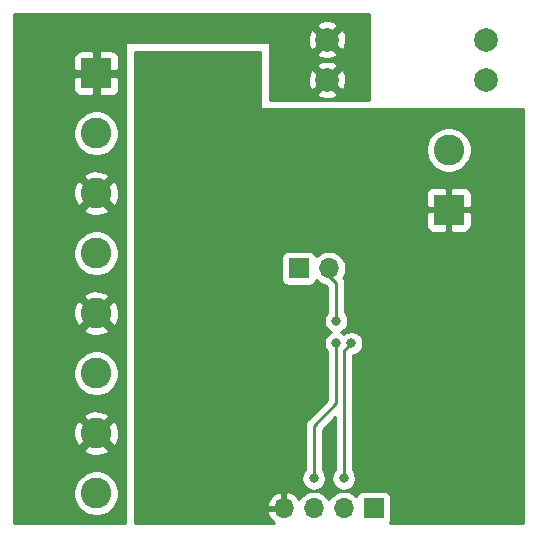
<source format=gbr>
G04 #@! TF.GenerationSoftware,KiCad,Pcbnew,(5.1.5)-3*
G04 #@! TF.CreationDate,2020-01-15T00:30:51-05:00*
G04 #@! TF.ProjectId,STM32 Klipper Expander,53544d33-3220-44b6-9c69-707065722045,rev?*
G04 #@! TF.SameCoordinates,Original*
G04 #@! TF.FileFunction,Copper,L2,Bot*
G04 #@! TF.FilePolarity,Positive*
%FSLAX46Y46*%
G04 Gerber Fmt 4.6, Leading zero omitted, Abs format (unit mm)*
G04 Created by KiCad (PCBNEW (5.1.5)-3) date 2020-01-15 00:30:51*
%MOMM*%
%LPD*%
G04 APERTURE LIST*
%ADD10O,1.700000X1.700000*%
%ADD11R,1.700000X1.700000*%
%ADD12C,2.600000*%
%ADD13R,2.600000X2.600000*%
%ADD14C,2.000000*%
%ADD15C,0.800000*%
%ADD16C,0.250000*%
%ADD17C,0.254000*%
G04 APERTURE END LIST*
D10*
X127305000Y-77775000D03*
D11*
X124765000Y-77775000D03*
D12*
X137465000Y-67742000D03*
D13*
X137465000Y-72822000D03*
X107620000Y-61265000D03*
D12*
X107620000Y-66345000D03*
X107620000Y-71425000D03*
X107620000Y-76505000D03*
X107620000Y-81585000D03*
X107620000Y-86665000D03*
X107620000Y-91745000D03*
X107620000Y-96825000D03*
D14*
X127159000Y-61822000D03*
X140659000Y-58422000D03*
X140659000Y-61822000D03*
X127159000Y-58422000D03*
D10*
X123495000Y-98095000D03*
X126035000Y-98095000D03*
X128575000Y-98095000D03*
D11*
X131115000Y-98095000D03*
D15*
X111430000Y-93015000D03*
X111430000Y-94285000D03*
X111430000Y-90475000D03*
X113970000Y-93015000D03*
X113970000Y-94285000D03*
X112700000Y-91745000D03*
X113970000Y-91745000D03*
X112700000Y-94285000D03*
X112700000Y-90475000D03*
X112700000Y-93015000D03*
X113970000Y-90475000D03*
X111430000Y-91745000D03*
X111430000Y-82855000D03*
X111430000Y-84125000D03*
X111430000Y-80315000D03*
X113970000Y-82855000D03*
X113970000Y-84125000D03*
X112700000Y-81585000D03*
X113970000Y-81585000D03*
X112700000Y-84125000D03*
X112700000Y-80315000D03*
X112700000Y-82855000D03*
X113970000Y-80315000D03*
X111430000Y-81585000D03*
X111430000Y-72695000D03*
X111430000Y-73965000D03*
X111430000Y-70155000D03*
X113970000Y-72695000D03*
X113970000Y-73965000D03*
X112700000Y-71425000D03*
X113970000Y-71425000D03*
X112700000Y-73965000D03*
X112700000Y-70155000D03*
X112700000Y-72695000D03*
X113970000Y-70155000D03*
X111430000Y-71425000D03*
X143105000Y-88570000D03*
X143105000Y-78410000D03*
X136817500Y-96177500D03*
X136576000Y-86538000D03*
X137719000Y-88316000D03*
X111430000Y-59995000D03*
X111430000Y-61265000D03*
X111430000Y-62535000D03*
X111430000Y-63805000D03*
X112700000Y-63805000D03*
X113970000Y-63805000D03*
X113970000Y-62535000D03*
X112700000Y-62535000D03*
X112700000Y-61265000D03*
X113970000Y-61265000D03*
X113970000Y-59995000D03*
X112700000Y-59995000D03*
X124130000Y-81585000D03*
X127940000Y-84125000D03*
X126035000Y-95555000D03*
X129210000Y-84125000D03*
X128575000Y-95555000D03*
X127940000Y-82220000D03*
D16*
X127940000Y-89205000D02*
X126035000Y-91110000D01*
X127940000Y-84125000D02*
X127940000Y-89205000D01*
X126035000Y-91110000D02*
X126035000Y-95555000D01*
X128575000Y-84760000D02*
X129210000Y-84125000D01*
X128575000Y-95555000D02*
X128575000Y-84760000D01*
X127940000Y-79045000D02*
X127305000Y-78410000D01*
X127940000Y-82220000D02*
X127940000Y-79045000D01*
D17*
G36*
X121463000Y-64186000D02*
G01*
X121465440Y-64210776D01*
X121472667Y-64234601D01*
X121484403Y-64256557D01*
X121500197Y-64275803D01*
X121519443Y-64291597D01*
X121541399Y-64303333D01*
X121565224Y-64310560D01*
X121590000Y-64313000D01*
X143765000Y-64313000D01*
X143765001Y-99315000D01*
X132482812Y-99315000D01*
X132495537Y-99299494D01*
X132554502Y-99189180D01*
X132590812Y-99069482D01*
X132603072Y-98945000D01*
X132603072Y-97245000D01*
X132590812Y-97120518D01*
X132554502Y-97000820D01*
X132495537Y-96890506D01*
X132416185Y-96793815D01*
X132319494Y-96714463D01*
X132209180Y-96655498D01*
X132089482Y-96619188D01*
X131965000Y-96606928D01*
X130265000Y-96606928D01*
X130140518Y-96619188D01*
X130020820Y-96655498D01*
X129910506Y-96714463D01*
X129813815Y-96793815D01*
X129734463Y-96890506D01*
X129675498Y-97000820D01*
X129653487Y-97073380D01*
X129521632Y-96941525D01*
X129278411Y-96779010D01*
X129008158Y-96667068D01*
X128721260Y-96610000D01*
X128428740Y-96610000D01*
X128141842Y-96667068D01*
X127871589Y-96779010D01*
X127628368Y-96941525D01*
X127421525Y-97148368D01*
X127305000Y-97322760D01*
X127188475Y-97148368D01*
X126981632Y-96941525D01*
X126738411Y-96779010D01*
X126468158Y-96667068D01*
X126181260Y-96610000D01*
X125888740Y-96610000D01*
X125601842Y-96667068D01*
X125331589Y-96779010D01*
X125088368Y-96941525D01*
X124881525Y-97148368D01*
X124759805Y-97330534D01*
X124690178Y-97213645D01*
X124495269Y-96997412D01*
X124261920Y-96823359D01*
X123999099Y-96698175D01*
X123851890Y-96653524D01*
X123622000Y-96774845D01*
X123622000Y-97968000D01*
X123642000Y-97968000D01*
X123642000Y-98222000D01*
X123622000Y-98222000D01*
X123622000Y-98242000D01*
X123368000Y-98242000D01*
X123368000Y-98222000D01*
X122174186Y-98222000D01*
X122053519Y-98451891D01*
X122150843Y-98726252D01*
X122299822Y-98976355D01*
X122494731Y-99192588D01*
X122658846Y-99315000D01*
X110922000Y-99315000D01*
X110922000Y-97738109D01*
X122053519Y-97738109D01*
X122174186Y-97968000D01*
X123368000Y-97968000D01*
X123368000Y-96774845D01*
X123138110Y-96653524D01*
X122990901Y-96698175D01*
X122728080Y-96823359D01*
X122494731Y-96997412D01*
X122299822Y-97213645D01*
X122150843Y-97463748D01*
X122053519Y-97738109D01*
X110922000Y-97738109D01*
X110922000Y-76925000D01*
X123276928Y-76925000D01*
X123276928Y-78625000D01*
X123289188Y-78749482D01*
X123325498Y-78869180D01*
X123384463Y-78979494D01*
X123463815Y-79076185D01*
X123560506Y-79155537D01*
X123670820Y-79214502D01*
X123790518Y-79250812D01*
X123915000Y-79263072D01*
X125615000Y-79263072D01*
X125739482Y-79250812D01*
X125859180Y-79214502D01*
X125969494Y-79155537D01*
X126066185Y-79076185D01*
X126145537Y-78979494D01*
X126204502Y-78869180D01*
X126226513Y-78796620D01*
X126358368Y-78928475D01*
X126601589Y-79090990D01*
X126871842Y-79202932D01*
X127060696Y-79240498D01*
X127180001Y-79359803D01*
X127180000Y-81516289D01*
X127136063Y-81560226D01*
X127022795Y-81729744D01*
X126944774Y-81918102D01*
X126905000Y-82118061D01*
X126905000Y-82321939D01*
X126944774Y-82521898D01*
X127022795Y-82710256D01*
X127136063Y-82879774D01*
X127280226Y-83023937D01*
X127449744Y-83137205D01*
X127534953Y-83172500D01*
X127449744Y-83207795D01*
X127280226Y-83321063D01*
X127136063Y-83465226D01*
X127022795Y-83634744D01*
X126944774Y-83823102D01*
X126905000Y-84023061D01*
X126905000Y-84226939D01*
X126944774Y-84426898D01*
X127022795Y-84615256D01*
X127136063Y-84784774D01*
X127180000Y-84828711D01*
X127180001Y-88890197D01*
X125524003Y-90546196D01*
X125494999Y-90569999D01*
X125439871Y-90637174D01*
X125400026Y-90685724D01*
X125329455Y-90817753D01*
X125329454Y-90817754D01*
X125285997Y-90961015D01*
X125275000Y-91072668D01*
X125275000Y-91072678D01*
X125271324Y-91110000D01*
X125275000Y-91147323D01*
X125275001Y-94851288D01*
X125231063Y-94895226D01*
X125117795Y-95064744D01*
X125039774Y-95253102D01*
X125000000Y-95453061D01*
X125000000Y-95656939D01*
X125039774Y-95856898D01*
X125117795Y-96045256D01*
X125231063Y-96214774D01*
X125375226Y-96358937D01*
X125544744Y-96472205D01*
X125733102Y-96550226D01*
X125933061Y-96590000D01*
X126136939Y-96590000D01*
X126336898Y-96550226D01*
X126525256Y-96472205D01*
X126694774Y-96358937D01*
X126838937Y-96214774D01*
X126952205Y-96045256D01*
X127030226Y-95856898D01*
X127070000Y-95656939D01*
X127070000Y-95453061D01*
X127030226Y-95253102D01*
X126952205Y-95064744D01*
X126838937Y-94895226D01*
X126795000Y-94851289D01*
X126795000Y-91424801D01*
X127815000Y-90404801D01*
X127815000Y-94851289D01*
X127771063Y-94895226D01*
X127657795Y-95064744D01*
X127579774Y-95253102D01*
X127540000Y-95453061D01*
X127540000Y-95656939D01*
X127579774Y-95856898D01*
X127657795Y-96045256D01*
X127771063Y-96214774D01*
X127915226Y-96358937D01*
X128084744Y-96472205D01*
X128273102Y-96550226D01*
X128473061Y-96590000D01*
X128676939Y-96590000D01*
X128876898Y-96550226D01*
X129065256Y-96472205D01*
X129234774Y-96358937D01*
X129378937Y-96214774D01*
X129492205Y-96045256D01*
X129570226Y-95856898D01*
X129610000Y-95656939D01*
X129610000Y-95453061D01*
X129570226Y-95253102D01*
X129492205Y-95064744D01*
X129378937Y-94895226D01*
X129335000Y-94851289D01*
X129335000Y-85155413D01*
X129511898Y-85120226D01*
X129700256Y-85042205D01*
X129869774Y-84928937D01*
X130013937Y-84784774D01*
X130127205Y-84615256D01*
X130205226Y-84426898D01*
X130245000Y-84226939D01*
X130245000Y-84023061D01*
X130205226Y-83823102D01*
X130127205Y-83634744D01*
X130013937Y-83465226D01*
X129869774Y-83321063D01*
X129700256Y-83207795D01*
X129511898Y-83129774D01*
X129311939Y-83090000D01*
X129108061Y-83090000D01*
X128908102Y-83129774D01*
X128719744Y-83207795D01*
X128575000Y-83304510D01*
X128430256Y-83207795D01*
X128345047Y-83172500D01*
X128430256Y-83137205D01*
X128599774Y-83023937D01*
X128743937Y-82879774D01*
X128857205Y-82710256D01*
X128935226Y-82521898D01*
X128975000Y-82321939D01*
X128975000Y-82118061D01*
X128935226Y-81918102D01*
X128857205Y-81729744D01*
X128743937Y-81560226D01*
X128700000Y-81516289D01*
X128700000Y-79082333D01*
X128703677Y-79045000D01*
X128689003Y-78896014D01*
X128645546Y-78752753D01*
X128574974Y-78620724D01*
X128547923Y-78587763D01*
X128620990Y-78478411D01*
X128732932Y-78208158D01*
X128790000Y-77921260D01*
X128790000Y-77628740D01*
X128732932Y-77341842D01*
X128620990Y-77071589D01*
X128458475Y-76828368D01*
X128251632Y-76621525D01*
X128008411Y-76459010D01*
X127738158Y-76347068D01*
X127451260Y-76290000D01*
X127158740Y-76290000D01*
X126871842Y-76347068D01*
X126601589Y-76459010D01*
X126358368Y-76621525D01*
X126226513Y-76753380D01*
X126204502Y-76680820D01*
X126145537Y-76570506D01*
X126066185Y-76473815D01*
X125969494Y-76394463D01*
X125859180Y-76335498D01*
X125739482Y-76299188D01*
X125615000Y-76286928D01*
X123915000Y-76286928D01*
X123790518Y-76299188D01*
X123670820Y-76335498D01*
X123560506Y-76394463D01*
X123463815Y-76473815D01*
X123384463Y-76570506D01*
X123325498Y-76680820D01*
X123289188Y-76800518D01*
X123276928Y-76925000D01*
X110922000Y-76925000D01*
X110922000Y-74122000D01*
X135526928Y-74122000D01*
X135539188Y-74246482D01*
X135575498Y-74366180D01*
X135634463Y-74476494D01*
X135713815Y-74573185D01*
X135810506Y-74652537D01*
X135920820Y-74711502D01*
X136040518Y-74747812D01*
X136165000Y-74760072D01*
X137179250Y-74757000D01*
X137338000Y-74598250D01*
X137338000Y-72949000D01*
X137592000Y-72949000D01*
X137592000Y-74598250D01*
X137750750Y-74757000D01*
X138765000Y-74760072D01*
X138889482Y-74747812D01*
X139009180Y-74711502D01*
X139119494Y-74652537D01*
X139216185Y-74573185D01*
X139295537Y-74476494D01*
X139354502Y-74366180D01*
X139390812Y-74246482D01*
X139403072Y-74122000D01*
X139400000Y-73107750D01*
X139241250Y-72949000D01*
X137592000Y-72949000D01*
X137338000Y-72949000D01*
X135688750Y-72949000D01*
X135530000Y-73107750D01*
X135526928Y-74122000D01*
X110922000Y-74122000D01*
X110922000Y-71522000D01*
X135526928Y-71522000D01*
X135530000Y-72536250D01*
X135688750Y-72695000D01*
X137338000Y-72695000D01*
X137338000Y-71045750D01*
X137592000Y-71045750D01*
X137592000Y-72695000D01*
X139241250Y-72695000D01*
X139400000Y-72536250D01*
X139403072Y-71522000D01*
X139390812Y-71397518D01*
X139354502Y-71277820D01*
X139295537Y-71167506D01*
X139216185Y-71070815D01*
X139119494Y-70991463D01*
X139009180Y-70932498D01*
X138889482Y-70896188D01*
X138765000Y-70883928D01*
X137750750Y-70887000D01*
X137592000Y-71045750D01*
X137338000Y-71045750D01*
X137179250Y-70887000D01*
X136165000Y-70883928D01*
X136040518Y-70896188D01*
X135920820Y-70932498D01*
X135810506Y-70991463D01*
X135713815Y-71070815D01*
X135634463Y-71167506D01*
X135575498Y-71277820D01*
X135539188Y-71397518D01*
X135526928Y-71522000D01*
X110922000Y-71522000D01*
X110922000Y-67551419D01*
X135530000Y-67551419D01*
X135530000Y-67932581D01*
X135604361Y-68306419D01*
X135750225Y-68658566D01*
X135961987Y-68975491D01*
X136231509Y-69245013D01*
X136548434Y-69456775D01*
X136900581Y-69602639D01*
X137274419Y-69677000D01*
X137655581Y-69677000D01*
X138029419Y-69602639D01*
X138381566Y-69456775D01*
X138698491Y-69245013D01*
X138968013Y-68975491D01*
X139179775Y-68658566D01*
X139325639Y-68306419D01*
X139400000Y-67932581D01*
X139400000Y-67551419D01*
X139325639Y-67177581D01*
X139179775Y-66825434D01*
X138968013Y-66508509D01*
X138698491Y-66238987D01*
X138381566Y-66027225D01*
X138029419Y-65881361D01*
X137655581Y-65807000D01*
X137274419Y-65807000D01*
X136900581Y-65881361D01*
X136548434Y-66027225D01*
X136231509Y-66238987D01*
X135961987Y-66508509D01*
X135750225Y-66825434D01*
X135604361Y-67177581D01*
X135530000Y-67551419D01*
X110922000Y-67551419D01*
X110922000Y-59487000D01*
X121463000Y-59487000D01*
X121463000Y-64186000D01*
G37*
X121463000Y-64186000D02*
X121465440Y-64210776D01*
X121472667Y-64234601D01*
X121484403Y-64256557D01*
X121500197Y-64275803D01*
X121519443Y-64291597D01*
X121541399Y-64303333D01*
X121565224Y-64310560D01*
X121590000Y-64313000D01*
X143765000Y-64313000D01*
X143765001Y-99315000D01*
X132482812Y-99315000D01*
X132495537Y-99299494D01*
X132554502Y-99189180D01*
X132590812Y-99069482D01*
X132603072Y-98945000D01*
X132603072Y-97245000D01*
X132590812Y-97120518D01*
X132554502Y-97000820D01*
X132495537Y-96890506D01*
X132416185Y-96793815D01*
X132319494Y-96714463D01*
X132209180Y-96655498D01*
X132089482Y-96619188D01*
X131965000Y-96606928D01*
X130265000Y-96606928D01*
X130140518Y-96619188D01*
X130020820Y-96655498D01*
X129910506Y-96714463D01*
X129813815Y-96793815D01*
X129734463Y-96890506D01*
X129675498Y-97000820D01*
X129653487Y-97073380D01*
X129521632Y-96941525D01*
X129278411Y-96779010D01*
X129008158Y-96667068D01*
X128721260Y-96610000D01*
X128428740Y-96610000D01*
X128141842Y-96667068D01*
X127871589Y-96779010D01*
X127628368Y-96941525D01*
X127421525Y-97148368D01*
X127305000Y-97322760D01*
X127188475Y-97148368D01*
X126981632Y-96941525D01*
X126738411Y-96779010D01*
X126468158Y-96667068D01*
X126181260Y-96610000D01*
X125888740Y-96610000D01*
X125601842Y-96667068D01*
X125331589Y-96779010D01*
X125088368Y-96941525D01*
X124881525Y-97148368D01*
X124759805Y-97330534D01*
X124690178Y-97213645D01*
X124495269Y-96997412D01*
X124261920Y-96823359D01*
X123999099Y-96698175D01*
X123851890Y-96653524D01*
X123622000Y-96774845D01*
X123622000Y-97968000D01*
X123642000Y-97968000D01*
X123642000Y-98222000D01*
X123622000Y-98222000D01*
X123622000Y-98242000D01*
X123368000Y-98242000D01*
X123368000Y-98222000D01*
X122174186Y-98222000D01*
X122053519Y-98451891D01*
X122150843Y-98726252D01*
X122299822Y-98976355D01*
X122494731Y-99192588D01*
X122658846Y-99315000D01*
X110922000Y-99315000D01*
X110922000Y-97738109D01*
X122053519Y-97738109D01*
X122174186Y-97968000D01*
X123368000Y-97968000D01*
X123368000Y-96774845D01*
X123138110Y-96653524D01*
X122990901Y-96698175D01*
X122728080Y-96823359D01*
X122494731Y-96997412D01*
X122299822Y-97213645D01*
X122150843Y-97463748D01*
X122053519Y-97738109D01*
X110922000Y-97738109D01*
X110922000Y-76925000D01*
X123276928Y-76925000D01*
X123276928Y-78625000D01*
X123289188Y-78749482D01*
X123325498Y-78869180D01*
X123384463Y-78979494D01*
X123463815Y-79076185D01*
X123560506Y-79155537D01*
X123670820Y-79214502D01*
X123790518Y-79250812D01*
X123915000Y-79263072D01*
X125615000Y-79263072D01*
X125739482Y-79250812D01*
X125859180Y-79214502D01*
X125969494Y-79155537D01*
X126066185Y-79076185D01*
X126145537Y-78979494D01*
X126204502Y-78869180D01*
X126226513Y-78796620D01*
X126358368Y-78928475D01*
X126601589Y-79090990D01*
X126871842Y-79202932D01*
X127060696Y-79240498D01*
X127180001Y-79359803D01*
X127180000Y-81516289D01*
X127136063Y-81560226D01*
X127022795Y-81729744D01*
X126944774Y-81918102D01*
X126905000Y-82118061D01*
X126905000Y-82321939D01*
X126944774Y-82521898D01*
X127022795Y-82710256D01*
X127136063Y-82879774D01*
X127280226Y-83023937D01*
X127449744Y-83137205D01*
X127534953Y-83172500D01*
X127449744Y-83207795D01*
X127280226Y-83321063D01*
X127136063Y-83465226D01*
X127022795Y-83634744D01*
X126944774Y-83823102D01*
X126905000Y-84023061D01*
X126905000Y-84226939D01*
X126944774Y-84426898D01*
X127022795Y-84615256D01*
X127136063Y-84784774D01*
X127180000Y-84828711D01*
X127180001Y-88890197D01*
X125524003Y-90546196D01*
X125494999Y-90569999D01*
X125439871Y-90637174D01*
X125400026Y-90685724D01*
X125329455Y-90817753D01*
X125329454Y-90817754D01*
X125285997Y-90961015D01*
X125275000Y-91072668D01*
X125275000Y-91072678D01*
X125271324Y-91110000D01*
X125275000Y-91147323D01*
X125275001Y-94851288D01*
X125231063Y-94895226D01*
X125117795Y-95064744D01*
X125039774Y-95253102D01*
X125000000Y-95453061D01*
X125000000Y-95656939D01*
X125039774Y-95856898D01*
X125117795Y-96045256D01*
X125231063Y-96214774D01*
X125375226Y-96358937D01*
X125544744Y-96472205D01*
X125733102Y-96550226D01*
X125933061Y-96590000D01*
X126136939Y-96590000D01*
X126336898Y-96550226D01*
X126525256Y-96472205D01*
X126694774Y-96358937D01*
X126838937Y-96214774D01*
X126952205Y-96045256D01*
X127030226Y-95856898D01*
X127070000Y-95656939D01*
X127070000Y-95453061D01*
X127030226Y-95253102D01*
X126952205Y-95064744D01*
X126838937Y-94895226D01*
X126795000Y-94851289D01*
X126795000Y-91424801D01*
X127815000Y-90404801D01*
X127815000Y-94851289D01*
X127771063Y-94895226D01*
X127657795Y-95064744D01*
X127579774Y-95253102D01*
X127540000Y-95453061D01*
X127540000Y-95656939D01*
X127579774Y-95856898D01*
X127657795Y-96045256D01*
X127771063Y-96214774D01*
X127915226Y-96358937D01*
X128084744Y-96472205D01*
X128273102Y-96550226D01*
X128473061Y-96590000D01*
X128676939Y-96590000D01*
X128876898Y-96550226D01*
X129065256Y-96472205D01*
X129234774Y-96358937D01*
X129378937Y-96214774D01*
X129492205Y-96045256D01*
X129570226Y-95856898D01*
X129610000Y-95656939D01*
X129610000Y-95453061D01*
X129570226Y-95253102D01*
X129492205Y-95064744D01*
X129378937Y-94895226D01*
X129335000Y-94851289D01*
X129335000Y-85155413D01*
X129511898Y-85120226D01*
X129700256Y-85042205D01*
X129869774Y-84928937D01*
X130013937Y-84784774D01*
X130127205Y-84615256D01*
X130205226Y-84426898D01*
X130245000Y-84226939D01*
X130245000Y-84023061D01*
X130205226Y-83823102D01*
X130127205Y-83634744D01*
X130013937Y-83465226D01*
X129869774Y-83321063D01*
X129700256Y-83207795D01*
X129511898Y-83129774D01*
X129311939Y-83090000D01*
X129108061Y-83090000D01*
X128908102Y-83129774D01*
X128719744Y-83207795D01*
X128575000Y-83304510D01*
X128430256Y-83207795D01*
X128345047Y-83172500D01*
X128430256Y-83137205D01*
X128599774Y-83023937D01*
X128743937Y-82879774D01*
X128857205Y-82710256D01*
X128935226Y-82521898D01*
X128975000Y-82321939D01*
X128975000Y-82118061D01*
X128935226Y-81918102D01*
X128857205Y-81729744D01*
X128743937Y-81560226D01*
X128700000Y-81516289D01*
X128700000Y-79082333D01*
X128703677Y-79045000D01*
X128689003Y-78896014D01*
X128645546Y-78752753D01*
X128574974Y-78620724D01*
X128547923Y-78587763D01*
X128620990Y-78478411D01*
X128732932Y-78208158D01*
X128790000Y-77921260D01*
X128790000Y-77628740D01*
X128732932Y-77341842D01*
X128620990Y-77071589D01*
X128458475Y-76828368D01*
X128251632Y-76621525D01*
X128008411Y-76459010D01*
X127738158Y-76347068D01*
X127451260Y-76290000D01*
X127158740Y-76290000D01*
X126871842Y-76347068D01*
X126601589Y-76459010D01*
X126358368Y-76621525D01*
X126226513Y-76753380D01*
X126204502Y-76680820D01*
X126145537Y-76570506D01*
X126066185Y-76473815D01*
X125969494Y-76394463D01*
X125859180Y-76335498D01*
X125739482Y-76299188D01*
X125615000Y-76286928D01*
X123915000Y-76286928D01*
X123790518Y-76299188D01*
X123670820Y-76335498D01*
X123560506Y-76394463D01*
X123463815Y-76473815D01*
X123384463Y-76570506D01*
X123325498Y-76680820D01*
X123289188Y-76800518D01*
X123276928Y-76925000D01*
X110922000Y-76925000D01*
X110922000Y-74122000D01*
X135526928Y-74122000D01*
X135539188Y-74246482D01*
X135575498Y-74366180D01*
X135634463Y-74476494D01*
X135713815Y-74573185D01*
X135810506Y-74652537D01*
X135920820Y-74711502D01*
X136040518Y-74747812D01*
X136165000Y-74760072D01*
X137179250Y-74757000D01*
X137338000Y-74598250D01*
X137338000Y-72949000D01*
X137592000Y-72949000D01*
X137592000Y-74598250D01*
X137750750Y-74757000D01*
X138765000Y-74760072D01*
X138889482Y-74747812D01*
X139009180Y-74711502D01*
X139119494Y-74652537D01*
X139216185Y-74573185D01*
X139295537Y-74476494D01*
X139354502Y-74366180D01*
X139390812Y-74246482D01*
X139403072Y-74122000D01*
X139400000Y-73107750D01*
X139241250Y-72949000D01*
X137592000Y-72949000D01*
X137338000Y-72949000D01*
X135688750Y-72949000D01*
X135530000Y-73107750D01*
X135526928Y-74122000D01*
X110922000Y-74122000D01*
X110922000Y-71522000D01*
X135526928Y-71522000D01*
X135530000Y-72536250D01*
X135688750Y-72695000D01*
X137338000Y-72695000D01*
X137338000Y-71045750D01*
X137592000Y-71045750D01*
X137592000Y-72695000D01*
X139241250Y-72695000D01*
X139400000Y-72536250D01*
X139403072Y-71522000D01*
X139390812Y-71397518D01*
X139354502Y-71277820D01*
X139295537Y-71167506D01*
X139216185Y-71070815D01*
X139119494Y-70991463D01*
X139009180Y-70932498D01*
X138889482Y-70896188D01*
X138765000Y-70883928D01*
X137750750Y-70887000D01*
X137592000Y-71045750D01*
X137338000Y-71045750D01*
X137179250Y-70887000D01*
X136165000Y-70883928D01*
X136040518Y-70896188D01*
X135920820Y-70932498D01*
X135810506Y-70991463D01*
X135713815Y-71070815D01*
X135634463Y-71167506D01*
X135575498Y-71277820D01*
X135539188Y-71397518D01*
X135526928Y-71522000D01*
X110922000Y-71522000D01*
X110922000Y-67551419D01*
X135530000Y-67551419D01*
X135530000Y-67932581D01*
X135604361Y-68306419D01*
X135750225Y-68658566D01*
X135961987Y-68975491D01*
X136231509Y-69245013D01*
X136548434Y-69456775D01*
X136900581Y-69602639D01*
X137274419Y-69677000D01*
X137655581Y-69677000D01*
X138029419Y-69602639D01*
X138381566Y-69456775D01*
X138698491Y-69245013D01*
X138968013Y-68975491D01*
X139179775Y-68658566D01*
X139325639Y-68306419D01*
X139400000Y-67932581D01*
X139400000Y-67551419D01*
X139325639Y-67177581D01*
X139179775Y-66825434D01*
X138968013Y-66508509D01*
X138698491Y-66238987D01*
X138381566Y-66027225D01*
X138029419Y-65881361D01*
X137655581Y-65807000D01*
X137274419Y-65807000D01*
X136900581Y-65881361D01*
X136548434Y-66027225D01*
X136231509Y-66238987D01*
X135961987Y-66508509D01*
X135750225Y-66825434D01*
X135604361Y-67177581D01*
X135530000Y-67551419D01*
X110922000Y-67551419D01*
X110922000Y-59487000D01*
X121463000Y-59487000D01*
X121463000Y-64186000D01*
G36*
X130734000Y-63551000D02*
G01*
X122352000Y-63551000D01*
X122352000Y-63002086D01*
X126258928Y-63002086D01*
X126360546Y-63257836D01*
X126656006Y-63386018D01*
X126970796Y-63454095D01*
X127292818Y-63459452D01*
X127609698Y-63401882D01*
X127909257Y-63283598D01*
X127957454Y-63257836D01*
X128059072Y-63002086D01*
X127159000Y-62102014D01*
X126258928Y-63002086D01*
X122352000Y-63002086D01*
X122352000Y-61955818D01*
X125521548Y-61955818D01*
X125579118Y-62272698D01*
X125697402Y-62572257D01*
X125723164Y-62620454D01*
X125978914Y-62722072D01*
X126878986Y-61822000D01*
X127439014Y-61822000D01*
X128339086Y-62722072D01*
X128594836Y-62620454D01*
X128723018Y-62324994D01*
X128791095Y-62010204D01*
X128796452Y-61688182D01*
X128738882Y-61371302D01*
X128620598Y-61071743D01*
X128594836Y-61023546D01*
X128339086Y-60921928D01*
X127439014Y-61822000D01*
X126878986Y-61822000D01*
X125978914Y-60921928D01*
X125723164Y-61023546D01*
X125594982Y-61319006D01*
X125526905Y-61633796D01*
X125521548Y-61955818D01*
X122352000Y-61955818D01*
X122352000Y-60641914D01*
X126258928Y-60641914D01*
X127159000Y-61541986D01*
X128059072Y-60641914D01*
X127957454Y-60386164D01*
X127661994Y-60257982D01*
X127347204Y-60189905D01*
X127025182Y-60184548D01*
X126708302Y-60242118D01*
X126408743Y-60360402D01*
X126360546Y-60386164D01*
X126258928Y-60641914D01*
X122352000Y-60641914D01*
X122352000Y-59602086D01*
X126258928Y-59602086D01*
X126360546Y-59857836D01*
X126656006Y-59986018D01*
X126970796Y-60054095D01*
X127292818Y-60059452D01*
X127609698Y-60001882D01*
X127909257Y-59883598D01*
X127957454Y-59857836D01*
X128059072Y-59602086D01*
X127159000Y-58702014D01*
X126258928Y-59602086D01*
X122352000Y-59602086D01*
X122352000Y-58725000D01*
X122349560Y-58700224D01*
X122342333Y-58676399D01*
X122330597Y-58654443D01*
X122314803Y-58635197D01*
X122295557Y-58619403D01*
X122273601Y-58607667D01*
X122249776Y-58600440D01*
X122225000Y-58598000D01*
X110160000Y-58598000D01*
X110135224Y-58600440D01*
X110111399Y-58607667D01*
X110089443Y-58619403D01*
X110070197Y-58635197D01*
X110054403Y-58654443D01*
X110042667Y-58676399D01*
X110035440Y-58700224D01*
X110033000Y-58725000D01*
X110033000Y-99315000D01*
X100685000Y-99315000D01*
X100685000Y-96634419D01*
X105685000Y-96634419D01*
X105685000Y-97015581D01*
X105759361Y-97389419D01*
X105905225Y-97741566D01*
X106116987Y-98058491D01*
X106386509Y-98328013D01*
X106703434Y-98539775D01*
X107055581Y-98685639D01*
X107429419Y-98760000D01*
X107810581Y-98760000D01*
X108184419Y-98685639D01*
X108536566Y-98539775D01*
X108853491Y-98328013D01*
X109123013Y-98058491D01*
X109334775Y-97741566D01*
X109480639Y-97389419D01*
X109555000Y-97015581D01*
X109555000Y-96634419D01*
X109480639Y-96260581D01*
X109334775Y-95908434D01*
X109123013Y-95591509D01*
X108853491Y-95321987D01*
X108536566Y-95110225D01*
X108184419Y-94964361D01*
X107810581Y-94890000D01*
X107429419Y-94890000D01*
X107055581Y-94964361D01*
X106703434Y-95110225D01*
X106386509Y-95321987D01*
X106116987Y-95591509D01*
X105905225Y-95908434D01*
X105759361Y-96260581D01*
X105685000Y-96634419D01*
X100685000Y-96634419D01*
X100685000Y-93139840D01*
X106505175Y-93139840D01*
X106643259Y-93426226D01*
X106990017Y-93584475D01*
X107360986Y-93672034D01*
X107741908Y-93685537D01*
X108118145Y-93624467D01*
X108475240Y-93491170D01*
X108596741Y-93426226D01*
X108734825Y-93139840D01*
X107620000Y-92025014D01*
X106505175Y-93139840D01*
X100685000Y-93139840D01*
X100685000Y-91866908D01*
X105679463Y-91866908D01*
X105740533Y-92243145D01*
X105873830Y-92600240D01*
X105938774Y-92721741D01*
X106225160Y-92859825D01*
X107339986Y-91745000D01*
X107900014Y-91745000D01*
X109014840Y-92859825D01*
X109301226Y-92721741D01*
X109459475Y-92374983D01*
X109547034Y-92004014D01*
X109560537Y-91623092D01*
X109499467Y-91246855D01*
X109366170Y-90889760D01*
X109301226Y-90768259D01*
X109014840Y-90630175D01*
X107900014Y-91745000D01*
X107339986Y-91745000D01*
X106225160Y-90630175D01*
X105938774Y-90768259D01*
X105780525Y-91115017D01*
X105692966Y-91485986D01*
X105679463Y-91866908D01*
X100685000Y-91866908D01*
X100685000Y-90350160D01*
X106505175Y-90350160D01*
X107620000Y-91464986D01*
X108734825Y-90350160D01*
X108596741Y-90063774D01*
X108249983Y-89905525D01*
X107879014Y-89817966D01*
X107498092Y-89804463D01*
X107121855Y-89865533D01*
X106764760Y-89998830D01*
X106643259Y-90063774D01*
X106505175Y-90350160D01*
X100685000Y-90350160D01*
X100685000Y-86474419D01*
X105685000Y-86474419D01*
X105685000Y-86855581D01*
X105759361Y-87229419D01*
X105905225Y-87581566D01*
X106116987Y-87898491D01*
X106386509Y-88168013D01*
X106703434Y-88379775D01*
X107055581Y-88525639D01*
X107429419Y-88600000D01*
X107810581Y-88600000D01*
X108184419Y-88525639D01*
X108536566Y-88379775D01*
X108853491Y-88168013D01*
X109123013Y-87898491D01*
X109334775Y-87581566D01*
X109480639Y-87229419D01*
X109555000Y-86855581D01*
X109555000Y-86474419D01*
X109480639Y-86100581D01*
X109334775Y-85748434D01*
X109123013Y-85431509D01*
X108853491Y-85161987D01*
X108536566Y-84950225D01*
X108184419Y-84804361D01*
X107810581Y-84730000D01*
X107429419Y-84730000D01*
X107055581Y-84804361D01*
X106703434Y-84950225D01*
X106386509Y-85161987D01*
X106116987Y-85431509D01*
X105905225Y-85748434D01*
X105759361Y-86100581D01*
X105685000Y-86474419D01*
X100685000Y-86474419D01*
X100685000Y-82979840D01*
X106505175Y-82979840D01*
X106643259Y-83266226D01*
X106990017Y-83424475D01*
X107360986Y-83512034D01*
X107741908Y-83525537D01*
X108118145Y-83464467D01*
X108475240Y-83331170D01*
X108596741Y-83266226D01*
X108734825Y-82979840D01*
X107620000Y-81865014D01*
X106505175Y-82979840D01*
X100685000Y-82979840D01*
X100685000Y-81706908D01*
X105679463Y-81706908D01*
X105740533Y-82083145D01*
X105873830Y-82440240D01*
X105938774Y-82561741D01*
X106225160Y-82699825D01*
X107339986Y-81585000D01*
X107900014Y-81585000D01*
X109014840Y-82699825D01*
X109301226Y-82561741D01*
X109459475Y-82214983D01*
X109547034Y-81844014D01*
X109560537Y-81463092D01*
X109499467Y-81086855D01*
X109366170Y-80729760D01*
X109301226Y-80608259D01*
X109014840Y-80470175D01*
X107900014Y-81585000D01*
X107339986Y-81585000D01*
X106225160Y-80470175D01*
X105938774Y-80608259D01*
X105780525Y-80955017D01*
X105692966Y-81325986D01*
X105679463Y-81706908D01*
X100685000Y-81706908D01*
X100685000Y-80190160D01*
X106505175Y-80190160D01*
X107620000Y-81304986D01*
X108734825Y-80190160D01*
X108596741Y-79903774D01*
X108249983Y-79745525D01*
X107879014Y-79657966D01*
X107498092Y-79644463D01*
X107121855Y-79705533D01*
X106764760Y-79838830D01*
X106643259Y-79903774D01*
X106505175Y-80190160D01*
X100685000Y-80190160D01*
X100685000Y-76314419D01*
X105685000Y-76314419D01*
X105685000Y-76695581D01*
X105759361Y-77069419D01*
X105905225Y-77421566D01*
X106116987Y-77738491D01*
X106386509Y-78008013D01*
X106703434Y-78219775D01*
X107055581Y-78365639D01*
X107429419Y-78440000D01*
X107810581Y-78440000D01*
X108184419Y-78365639D01*
X108536566Y-78219775D01*
X108853491Y-78008013D01*
X109123013Y-77738491D01*
X109334775Y-77421566D01*
X109480639Y-77069419D01*
X109555000Y-76695581D01*
X109555000Y-76314419D01*
X109480639Y-75940581D01*
X109334775Y-75588434D01*
X109123013Y-75271509D01*
X108853491Y-75001987D01*
X108536566Y-74790225D01*
X108184419Y-74644361D01*
X107810581Y-74570000D01*
X107429419Y-74570000D01*
X107055581Y-74644361D01*
X106703434Y-74790225D01*
X106386509Y-75001987D01*
X106116987Y-75271509D01*
X105905225Y-75588434D01*
X105759361Y-75940581D01*
X105685000Y-76314419D01*
X100685000Y-76314419D01*
X100685000Y-72819840D01*
X106505175Y-72819840D01*
X106643259Y-73106226D01*
X106990017Y-73264475D01*
X107360986Y-73352034D01*
X107741908Y-73365537D01*
X108118145Y-73304467D01*
X108475240Y-73171170D01*
X108596741Y-73106226D01*
X108734825Y-72819840D01*
X107620000Y-71705014D01*
X106505175Y-72819840D01*
X100685000Y-72819840D01*
X100685000Y-71546908D01*
X105679463Y-71546908D01*
X105740533Y-71923145D01*
X105873830Y-72280240D01*
X105938774Y-72401741D01*
X106225160Y-72539825D01*
X107339986Y-71425000D01*
X107900014Y-71425000D01*
X109014840Y-72539825D01*
X109301226Y-72401741D01*
X109459475Y-72054983D01*
X109547034Y-71684014D01*
X109560537Y-71303092D01*
X109499467Y-70926855D01*
X109366170Y-70569760D01*
X109301226Y-70448259D01*
X109014840Y-70310175D01*
X107900014Y-71425000D01*
X107339986Y-71425000D01*
X106225160Y-70310175D01*
X105938774Y-70448259D01*
X105780525Y-70795017D01*
X105692966Y-71165986D01*
X105679463Y-71546908D01*
X100685000Y-71546908D01*
X100685000Y-70030160D01*
X106505175Y-70030160D01*
X107620000Y-71144986D01*
X108734825Y-70030160D01*
X108596741Y-69743774D01*
X108249983Y-69585525D01*
X107879014Y-69497966D01*
X107498092Y-69484463D01*
X107121855Y-69545533D01*
X106764760Y-69678830D01*
X106643259Y-69743774D01*
X106505175Y-70030160D01*
X100685000Y-70030160D01*
X100685000Y-66154419D01*
X105685000Y-66154419D01*
X105685000Y-66535581D01*
X105759361Y-66909419D01*
X105905225Y-67261566D01*
X106116987Y-67578491D01*
X106386509Y-67848013D01*
X106703434Y-68059775D01*
X107055581Y-68205639D01*
X107429419Y-68280000D01*
X107810581Y-68280000D01*
X108184419Y-68205639D01*
X108536566Y-68059775D01*
X108853491Y-67848013D01*
X109123013Y-67578491D01*
X109334775Y-67261566D01*
X109480639Y-66909419D01*
X109555000Y-66535581D01*
X109555000Y-66154419D01*
X109480639Y-65780581D01*
X109334775Y-65428434D01*
X109123013Y-65111509D01*
X108853491Y-64841987D01*
X108536566Y-64630225D01*
X108184419Y-64484361D01*
X107810581Y-64410000D01*
X107429419Y-64410000D01*
X107055581Y-64484361D01*
X106703434Y-64630225D01*
X106386509Y-64841987D01*
X106116987Y-65111509D01*
X105905225Y-65428434D01*
X105759361Y-65780581D01*
X105685000Y-66154419D01*
X100685000Y-66154419D01*
X100685000Y-62565000D01*
X105681928Y-62565000D01*
X105694188Y-62689482D01*
X105730498Y-62809180D01*
X105789463Y-62919494D01*
X105868815Y-63016185D01*
X105965506Y-63095537D01*
X106075820Y-63154502D01*
X106195518Y-63190812D01*
X106320000Y-63203072D01*
X107263250Y-63200000D01*
X107422000Y-63041250D01*
X107422000Y-61463000D01*
X107818000Y-61463000D01*
X107818000Y-63041250D01*
X107976750Y-63200000D01*
X108920000Y-63203072D01*
X109044482Y-63190812D01*
X109164180Y-63154502D01*
X109274494Y-63095537D01*
X109371185Y-63016185D01*
X109450537Y-62919494D01*
X109509502Y-62809180D01*
X109545812Y-62689482D01*
X109558072Y-62565000D01*
X109555000Y-61621750D01*
X109396250Y-61463000D01*
X107818000Y-61463000D01*
X107422000Y-61463000D01*
X105843750Y-61463000D01*
X105685000Y-61621750D01*
X105681928Y-62565000D01*
X100685000Y-62565000D01*
X100685000Y-59965000D01*
X105681928Y-59965000D01*
X105685000Y-60908250D01*
X105843750Y-61067000D01*
X107422000Y-61067000D01*
X107422000Y-59488750D01*
X107818000Y-59488750D01*
X107818000Y-61067000D01*
X109396250Y-61067000D01*
X109555000Y-60908250D01*
X109558072Y-59965000D01*
X109545812Y-59840518D01*
X109509502Y-59720820D01*
X109450537Y-59610506D01*
X109371185Y-59513815D01*
X109274494Y-59434463D01*
X109164180Y-59375498D01*
X109044482Y-59339188D01*
X108920000Y-59326928D01*
X107976750Y-59330000D01*
X107818000Y-59488750D01*
X107422000Y-59488750D01*
X107263250Y-59330000D01*
X106320000Y-59326928D01*
X106195518Y-59339188D01*
X106075820Y-59375498D01*
X105965506Y-59434463D01*
X105868815Y-59513815D01*
X105789463Y-59610506D01*
X105730498Y-59720820D01*
X105694188Y-59840518D01*
X105681928Y-59965000D01*
X100685000Y-59965000D01*
X100685000Y-58555818D01*
X125521548Y-58555818D01*
X125579118Y-58872698D01*
X125697402Y-59172257D01*
X125723164Y-59220454D01*
X125978914Y-59322072D01*
X126878986Y-58422000D01*
X127439014Y-58422000D01*
X128339086Y-59322072D01*
X128594836Y-59220454D01*
X128723018Y-58924994D01*
X128791095Y-58610204D01*
X128796452Y-58288182D01*
X128738882Y-57971302D01*
X128620598Y-57671743D01*
X128594836Y-57623546D01*
X128339086Y-57521928D01*
X127439014Y-58422000D01*
X126878986Y-58422000D01*
X125978914Y-57521928D01*
X125723164Y-57623546D01*
X125594982Y-57919006D01*
X125526905Y-58233796D01*
X125521548Y-58555818D01*
X100685000Y-58555818D01*
X100685000Y-57241914D01*
X126258928Y-57241914D01*
X127159000Y-58141986D01*
X128059072Y-57241914D01*
X127957454Y-56986164D01*
X127661994Y-56857982D01*
X127347204Y-56789905D01*
X127025182Y-56784548D01*
X126708302Y-56842118D01*
X126408743Y-56960402D01*
X126360546Y-56986164D01*
X126258928Y-57241914D01*
X100685000Y-57241914D01*
X100685000Y-56235000D01*
X130734000Y-56235000D01*
X130734000Y-63551000D01*
G37*
X130734000Y-63551000D02*
X122352000Y-63551000D01*
X122352000Y-63002086D01*
X126258928Y-63002086D01*
X126360546Y-63257836D01*
X126656006Y-63386018D01*
X126970796Y-63454095D01*
X127292818Y-63459452D01*
X127609698Y-63401882D01*
X127909257Y-63283598D01*
X127957454Y-63257836D01*
X128059072Y-63002086D01*
X127159000Y-62102014D01*
X126258928Y-63002086D01*
X122352000Y-63002086D01*
X122352000Y-61955818D01*
X125521548Y-61955818D01*
X125579118Y-62272698D01*
X125697402Y-62572257D01*
X125723164Y-62620454D01*
X125978914Y-62722072D01*
X126878986Y-61822000D01*
X127439014Y-61822000D01*
X128339086Y-62722072D01*
X128594836Y-62620454D01*
X128723018Y-62324994D01*
X128791095Y-62010204D01*
X128796452Y-61688182D01*
X128738882Y-61371302D01*
X128620598Y-61071743D01*
X128594836Y-61023546D01*
X128339086Y-60921928D01*
X127439014Y-61822000D01*
X126878986Y-61822000D01*
X125978914Y-60921928D01*
X125723164Y-61023546D01*
X125594982Y-61319006D01*
X125526905Y-61633796D01*
X125521548Y-61955818D01*
X122352000Y-61955818D01*
X122352000Y-60641914D01*
X126258928Y-60641914D01*
X127159000Y-61541986D01*
X128059072Y-60641914D01*
X127957454Y-60386164D01*
X127661994Y-60257982D01*
X127347204Y-60189905D01*
X127025182Y-60184548D01*
X126708302Y-60242118D01*
X126408743Y-60360402D01*
X126360546Y-60386164D01*
X126258928Y-60641914D01*
X122352000Y-60641914D01*
X122352000Y-59602086D01*
X126258928Y-59602086D01*
X126360546Y-59857836D01*
X126656006Y-59986018D01*
X126970796Y-60054095D01*
X127292818Y-60059452D01*
X127609698Y-60001882D01*
X127909257Y-59883598D01*
X127957454Y-59857836D01*
X128059072Y-59602086D01*
X127159000Y-58702014D01*
X126258928Y-59602086D01*
X122352000Y-59602086D01*
X122352000Y-58725000D01*
X122349560Y-58700224D01*
X122342333Y-58676399D01*
X122330597Y-58654443D01*
X122314803Y-58635197D01*
X122295557Y-58619403D01*
X122273601Y-58607667D01*
X122249776Y-58600440D01*
X122225000Y-58598000D01*
X110160000Y-58598000D01*
X110135224Y-58600440D01*
X110111399Y-58607667D01*
X110089443Y-58619403D01*
X110070197Y-58635197D01*
X110054403Y-58654443D01*
X110042667Y-58676399D01*
X110035440Y-58700224D01*
X110033000Y-58725000D01*
X110033000Y-99315000D01*
X100685000Y-99315000D01*
X100685000Y-96634419D01*
X105685000Y-96634419D01*
X105685000Y-97015581D01*
X105759361Y-97389419D01*
X105905225Y-97741566D01*
X106116987Y-98058491D01*
X106386509Y-98328013D01*
X106703434Y-98539775D01*
X107055581Y-98685639D01*
X107429419Y-98760000D01*
X107810581Y-98760000D01*
X108184419Y-98685639D01*
X108536566Y-98539775D01*
X108853491Y-98328013D01*
X109123013Y-98058491D01*
X109334775Y-97741566D01*
X109480639Y-97389419D01*
X109555000Y-97015581D01*
X109555000Y-96634419D01*
X109480639Y-96260581D01*
X109334775Y-95908434D01*
X109123013Y-95591509D01*
X108853491Y-95321987D01*
X108536566Y-95110225D01*
X108184419Y-94964361D01*
X107810581Y-94890000D01*
X107429419Y-94890000D01*
X107055581Y-94964361D01*
X106703434Y-95110225D01*
X106386509Y-95321987D01*
X106116987Y-95591509D01*
X105905225Y-95908434D01*
X105759361Y-96260581D01*
X105685000Y-96634419D01*
X100685000Y-96634419D01*
X100685000Y-93139840D01*
X106505175Y-93139840D01*
X106643259Y-93426226D01*
X106990017Y-93584475D01*
X107360986Y-93672034D01*
X107741908Y-93685537D01*
X108118145Y-93624467D01*
X108475240Y-93491170D01*
X108596741Y-93426226D01*
X108734825Y-93139840D01*
X107620000Y-92025014D01*
X106505175Y-93139840D01*
X100685000Y-93139840D01*
X100685000Y-91866908D01*
X105679463Y-91866908D01*
X105740533Y-92243145D01*
X105873830Y-92600240D01*
X105938774Y-92721741D01*
X106225160Y-92859825D01*
X107339986Y-91745000D01*
X107900014Y-91745000D01*
X109014840Y-92859825D01*
X109301226Y-92721741D01*
X109459475Y-92374983D01*
X109547034Y-92004014D01*
X109560537Y-91623092D01*
X109499467Y-91246855D01*
X109366170Y-90889760D01*
X109301226Y-90768259D01*
X109014840Y-90630175D01*
X107900014Y-91745000D01*
X107339986Y-91745000D01*
X106225160Y-90630175D01*
X105938774Y-90768259D01*
X105780525Y-91115017D01*
X105692966Y-91485986D01*
X105679463Y-91866908D01*
X100685000Y-91866908D01*
X100685000Y-90350160D01*
X106505175Y-90350160D01*
X107620000Y-91464986D01*
X108734825Y-90350160D01*
X108596741Y-90063774D01*
X108249983Y-89905525D01*
X107879014Y-89817966D01*
X107498092Y-89804463D01*
X107121855Y-89865533D01*
X106764760Y-89998830D01*
X106643259Y-90063774D01*
X106505175Y-90350160D01*
X100685000Y-90350160D01*
X100685000Y-86474419D01*
X105685000Y-86474419D01*
X105685000Y-86855581D01*
X105759361Y-87229419D01*
X105905225Y-87581566D01*
X106116987Y-87898491D01*
X106386509Y-88168013D01*
X106703434Y-88379775D01*
X107055581Y-88525639D01*
X107429419Y-88600000D01*
X107810581Y-88600000D01*
X108184419Y-88525639D01*
X108536566Y-88379775D01*
X108853491Y-88168013D01*
X109123013Y-87898491D01*
X109334775Y-87581566D01*
X109480639Y-87229419D01*
X109555000Y-86855581D01*
X109555000Y-86474419D01*
X109480639Y-86100581D01*
X109334775Y-85748434D01*
X109123013Y-85431509D01*
X108853491Y-85161987D01*
X108536566Y-84950225D01*
X108184419Y-84804361D01*
X107810581Y-84730000D01*
X107429419Y-84730000D01*
X107055581Y-84804361D01*
X106703434Y-84950225D01*
X106386509Y-85161987D01*
X106116987Y-85431509D01*
X105905225Y-85748434D01*
X105759361Y-86100581D01*
X105685000Y-86474419D01*
X100685000Y-86474419D01*
X100685000Y-82979840D01*
X106505175Y-82979840D01*
X106643259Y-83266226D01*
X106990017Y-83424475D01*
X107360986Y-83512034D01*
X107741908Y-83525537D01*
X108118145Y-83464467D01*
X108475240Y-83331170D01*
X108596741Y-83266226D01*
X108734825Y-82979840D01*
X107620000Y-81865014D01*
X106505175Y-82979840D01*
X100685000Y-82979840D01*
X100685000Y-81706908D01*
X105679463Y-81706908D01*
X105740533Y-82083145D01*
X105873830Y-82440240D01*
X105938774Y-82561741D01*
X106225160Y-82699825D01*
X107339986Y-81585000D01*
X107900014Y-81585000D01*
X109014840Y-82699825D01*
X109301226Y-82561741D01*
X109459475Y-82214983D01*
X109547034Y-81844014D01*
X109560537Y-81463092D01*
X109499467Y-81086855D01*
X109366170Y-80729760D01*
X109301226Y-80608259D01*
X109014840Y-80470175D01*
X107900014Y-81585000D01*
X107339986Y-81585000D01*
X106225160Y-80470175D01*
X105938774Y-80608259D01*
X105780525Y-80955017D01*
X105692966Y-81325986D01*
X105679463Y-81706908D01*
X100685000Y-81706908D01*
X100685000Y-80190160D01*
X106505175Y-80190160D01*
X107620000Y-81304986D01*
X108734825Y-80190160D01*
X108596741Y-79903774D01*
X108249983Y-79745525D01*
X107879014Y-79657966D01*
X107498092Y-79644463D01*
X107121855Y-79705533D01*
X106764760Y-79838830D01*
X106643259Y-79903774D01*
X106505175Y-80190160D01*
X100685000Y-80190160D01*
X100685000Y-76314419D01*
X105685000Y-76314419D01*
X105685000Y-76695581D01*
X105759361Y-77069419D01*
X105905225Y-77421566D01*
X106116987Y-77738491D01*
X106386509Y-78008013D01*
X106703434Y-78219775D01*
X107055581Y-78365639D01*
X107429419Y-78440000D01*
X107810581Y-78440000D01*
X108184419Y-78365639D01*
X108536566Y-78219775D01*
X108853491Y-78008013D01*
X109123013Y-77738491D01*
X109334775Y-77421566D01*
X109480639Y-77069419D01*
X109555000Y-76695581D01*
X109555000Y-76314419D01*
X109480639Y-75940581D01*
X109334775Y-75588434D01*
X109123013Y-75271509D01*
X108853491Y-75001987D01*
X108536566Y-74790225D01*
X108184419Y-74644361D01*
X107810581Y-74570000D01*
X107429419Y-74570000D01*
X107055581Y-74644361D01*
X106703434Y-74790225D01*
X106386509Y-75001987D01*
X106116987Y-75271509D01*
X105905225Y-75588434D01*
X105759361Y-75940581D01*
X105685000Y-76314419D01*
X100685000Y-76314419D01*
X100685000Y-72819840D01*
X106505175Y-72819840D01*
X106643259Y-73106226D01*
X106990017Y-73264475D01*
X107360986Y-73352034D01*
X107741908Y-73365537D01*
X108118145Y-73304467D01*
X108475240Y-73171170D01*
X108596741Y-73106226D01*
X108734825Y-72819840D01*
X107620000Y-71705014D01*
X106505175Y-72819840D01*
X100685000Y-72819840D01*
X100685000Y-71546908D01*
X105679463Y-71546908D01*
X105740533Y-71923145D01*
X105873830Y-72280240D01*
X105938774Y-72401741D01*
X106225160Y-72539825D01*
X107339986Y-71425000D01*
X107900014Y-71425000D01*
X109014840Y-72539825D01*
X109301226Y-72401741D01*
X109459475Y-72054983D01*
X109547034Y-71684014D01*
X109560537Y-71303092D01*
X109499467Y-70926855D01*
X109366170Y-70569760D01*
X109301226Y-70448259D01*
X109014840Y-70310175D01*
X107900014Y-71425000D01*
X107339986Y-71425000D01*
X106225160Y-70310175D01*
X105938774Y-70448259D01*
X105780525Y-70795017D01*
X105692966Y-71165986D01*
X105679463Y-71546908D01*
X100685000Y-71546908D01*
X100685000Y-70030160D01*
X106505175Y-70030160D01*
X107620000Y-71144986D01*
X108734825Y-70030160D01*
X108596741Y-69743774D01*
X108249983Y-69585525D01*
X107879014Y-69497966D01*
X107498092Y-69484463D01*
X107121855Y-69545533D01*
X106764760Y-69678830D01*
X106643259Y-69743774D01*
X106505175Y-70030160D01*
X100685000Y-70030160D01*
X100685000Y-66154419D01*
X105685000Y-66154419D01*
X105685000Y-66535581D01*
X105759361Y-66909419D01*
X105905225Y-67261566D01*
X106116987Y-67578491D01*
X106386509Y-67848013D01*
X106703434Y-68059775D01*
X107055581Y-68205639D01*
X107429419Y-68280000D01*
X107810581Y-68280000D01*
X108184419Y-68205639D01*
X108536566Y-68059775D01*
X108853491Y-67848013D01*
X109123013Y-67578491D01*
X109334775Y-67261566D01*
X109480639Y-66909419D01*
X109555000Y-66535581D01*
X109555000Y-66154419D01*
X109480639Y-65780581D01*
X109334775Y-65428434D01*
X109123013Y-65111509D01*
X108853491Y-64841987D01*
X108536566Y-64630225D01*
X108184419Y-64484361D01*
X107810581Y-64410000D01*
X107429419Y-64410000D01*
X107055581Y-64484361D01*
X106703434Y-64630225D01*
X106386509Y-64841987D01*
X106116987Y-65111509D01*
X105905225Y-65428434D01*
X105759361Y-65780581D01*
X105685000Y-66154419D01*
X100685000Y-66154419D01*
X100685000Y-62565000D01*
X105681928Y-62565000D01*
X105694188Y-62689482D01*
X105730498Y-62809180D01*
X105789463Y-62919494D01*
X105868815Y-63016185D01*
X105965506Y-63095537D01*
X106075820Y-63154502D01*
X106195518Y-63190812D01*
X106320000Y-63203072D01*
X107263250Y-63200000D01*
X107422000Y-63041250D01*
X107422000Y-61463000D01*
X107818000Y-61463000D01*
X107818000Y-63041250D01*
X107976750Y-63200000D01*
X108920000Y-63203072D01*
X109044482Y-63190812D01*
X109164180Y-63154502D01*
X109274494Y-63095537D01*
X109371185Y-63016185D01*
X109450537Y-62919494D01*
X109509502Y-62809180D01*
X109545812Y-62689482D01*
X109558072Y-62565000D01*
X109555000Y-61621750D01*
X109396250Y-61463000D01*
X107818000Y-61463000D01*
X107422000Y-61463000D01*
X105843750Y-61463000D01*
X105685000Y-61621750D01*
X105681928Y-62565000D01*
X100685000Y-62565000D01*
X100685000Y-59965000D01*
X105681928Y-59965000D01*
X105685000Y-60908250D01*
X105843750Y-61067000D01*
X107422000Y-61067000D01*
X107422000Y-59488750D01*
X107818000Y-59488750D01*
X107818000Y-61067000D01*
X109396250Y-61067000D01*
X109555000Y-60908250D01*
X109558072Y-59965000D01*
X109545812Y-59840518D01*
X109509502Y-59720820D01*
X109450537Y-59610506D01*
X109371185Y-59513815D01*
X109274494Y-59434463D01*
X109164180Y-59375498D01*
X109044482Y-59339188D01*
X108920000Y-59326928D01*
X107976750Y-59330000D01*
X107818000Y-59488750D01*
X107422000Y-59488750D01*
X107263250Y-59330000D01*
X106320000Y-59326928D01*
X106195518Y-59339188D01*
X106075820Y-59375498D01*
X105965506Y-59434463D01*
X105868815Y-59513815D01*
X105789463Y-59610506D01*
X105730498Y-59720820D01*
X105694188Y-59840518D01*
X105681928Y-59965000D01*
X100685000Y-59965000D01*
X100685000Y-58555818D01*
X125521548Y-58555818D01*
X125579118Y-58872698D01*
X125697402Y-59172257D01*
X125723164Y-59220454D01*
X125978914Y-59322072D01*
X126878986Y-58422000D01*
X127439014Y-58422000D01*
X128339086Y-59322072D01*
X128594836Y-59220454D01*
X128723018Y-58924994D01*
X128791095Y-58610204D01*
X128796452Y-58288182D01*
X128738882Y-57971302D01*
X128620598Y-57671743D01*
X128594836Y-57623546D01*
X128339086Y-57521928D01*
X127439014Y-58422000D01*
X126878986Y-58422000D01*
X125978914Y-57521928D01*
X125723164Y-57623546D01*
X125594982Y-57919006D01*
X125526905Y-58233796D01*
X125521548Y-58555818D01*
X100685000Y-58555818D01*
X100685000Y-57241914D01*
X126258928Y-57241914D01*
X127159000Y-58141986D01*
X128059072Y-57241914D01*
X127957454Y-56986164D01*
X127661994Y-56857982D01*
X127347204Y-56789905D01*
X127025182Y-56784548D01*
X126708302Y-56842118D01*
X126408743Y-56960402D01*
X126360546Y-56986164D01*
X126258928Y-57241914D01*
X100685000Y-57241914D01*
X100685000Y-56235000D01*
X130734000Y-56235000D01*
X130734000Y-63551000D01*
M02*

</source>
